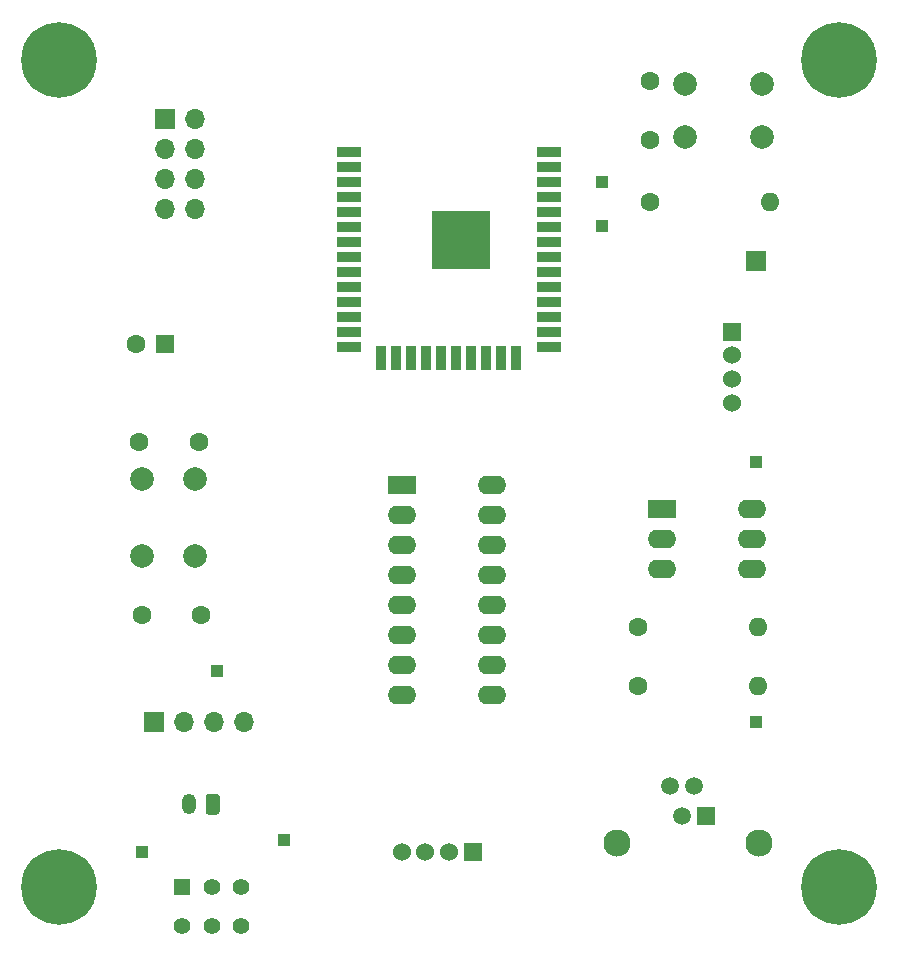
<source format=gbr>
%TF.GenerationSoftware,KiCad,Pcbnew,(5.1.8)-1*%
%TF.CreationDate,2021-01-04T15:21:09+00:00*%
%TF.ProjectId,main,6d61696e-2e6b-4696-9361-645f70636258,2.2*%
%TF.SameCoordinates,Original*%
%TF.FileFunction,Soldermask,Bot*%
%TF.FilePolarity,Negative*%
%FSLAX46Y46*%
G04 Gerber Fmt 4.6, Leading zero omitted, Abs format (unit mm)*
G04 Created by KiCad (PCBNEW (5.1.8)-1) date 2021-01-04 15:21:09*
%MOMM*%
%LPD*%
G01*
G04 APERTURE LIST*
%ADD10C,1.500000*%
%ADD11C,2.300000*%
%ADD12R,1.500000X1.500000*%
%ADD13C,1.524000*%
%ADD14R,1.524000X1.524000*%
%ADD15C,6.400000*%
%ADD16R,2.000000X0.900000*%
%ADD17R,0.900000X2.000000*%
%ADD18R,5.000000X5.000000*%
%ADD19O,2.400000X1.600000*%
%ADD20R,2.400000X1.600000*%
%ADD21C,2.000000*%
%ADD22O,1.600000X1.600000*%
%ADD23C,1.600000*%
%ADD24R,1.600000X1.600000*%
%ADD25R,1.000000X1.000000*%
%ADD26C,1.400000*%
%ADD27R,1.400000X1.400000*%
%ADD28O,1.700000X1.700000*%
%ADD29R,1.700000X1.700000*%
%ADD30O,1.200000X1.750000*%
G04 APERTURE END LIST*
D10*
%TO.C,J7*%
X166740000Y-116460000D03*
D11*
X162270000Y-121300000D03*
D10*
X167760000Y-119000000D03*
X168780000Y-116460000D03*
D12*
X169800000Y-119000000D03*
D11*
X174270000Y-121300000D03*
%TD*%
D13*
%TO.C,J6*%
X144000000Y-122000000D03*
X146000000Y-122000000D03*
X148000000Y-122000000D03*
D14*
X150000000Y-122000000D03*
%TD*%
D13*
%TO.C,J5*%
X172000000Y-84000000D03*
X172000000Y-82000000D03*
X172000000Y-80000000D03*
D14*
X172000000Y-78000000D03*
%TD*%
D15*
%TO.C,H4*%
X115000000Y-55000000D03*
%TD*%
%TO.C,H3*%
X181000000Y-55000000D03*
%TD*%
%TO.C,H2*%
X181000000Y-125000000D03*
%TD*%
%TO.C,H1*%
X115000000Y-125000000D03*
%TD*%
D16*
%TO.C,U3*%
X139500000Y-62745000D03*
X139500000Y-64015000D03*
X139500000Y-65285000D03*
X139500000Y-66555000D03*
X139500000Y-67825000D03*
X139500000Y-69095000D03*
X139500000Y-70365000D03*
X139500000Y-71635000D03*
X139500000Y-72905000D03*
X139500000Y-74175000D03*
X139500000Y-75445000D03*
X139500000Y-76715000D03*
X139500000Y-77985000D03*
X139500000Y-79255000D03*
D17*
X142285000Y-80255000D03*
X143555000Y-80255000D03*
X144825000Y-80255000D03*
X146095000Y-80255000D03*
X147365000Y-80255000D03*
X148635000Y-80255000D03*
X149905000Y-80255000D03*
X151175000Y-80255000D03*
X152445000Y-80255000D03*
X153715000Y-80255000D03*
D16*
X156500000Y-79255000D03*
X156500000Y-77985000D03*
X156500000Y-76715000D03*
X156500000Y-75445000D03*
X156500000Y-74175000D03*
X156500000Y-72905000D03*
X156500000Y-71635000D03*
X156500000Y-70365000D03*
X156500000Y-69095000D03*
X156500000Y-67825000D03*
X156500000Y-66555000D03*
X156500000Y-65285000D03*
X156500000Y-64015000D03*
X156500000Y-62745000D03*
D18*
X149000000Y-70245000D03*
%TD*%
D19*
%TO.C,U1*%
X151620000Y-91000000D03*
X144000000Y-108780000D03*
X151620000Y-93540000D03*
X144000000Y-106240000D03*
X151620000Y-96080000D03*
X144000000Y-103700000D03*
X151620000Y-98620000D03*
X144000000Y-101160000D03*
X151620000Y-101160000D03*
X144000000Y-98620000D03*
X151620000Y-103700000D03*
X144000000Y-96080000D03*
X151620000Y-106240000D03*
X144000000Y-93540000D03*
X151620000Y-108780000D03*
D20*
X144000000Y-91000000D03*
%TD*%
D21*
%TO.C,SW3*%
X174500000Y-57000000D03*
X174500000Y-61500000D03*
X168000000Y-57000000D03*
X168000000Y-61500000D03*
%TD*%
%TO.C,SW2*%
X122000000Y-90500000D03*
X126500000Y-90500000D03*
X122000000Y-97000000D03*
X126500000Y-97000000D03*
%TD*%
D22*
%TO.C,R3*%
X175160000Y-67000000D03*
D23*
X165000000Y-67000000D03*
%TD*%
D22*
%TO.C,R2*%
X174160000Y-108000000D03*
D23*
X164000000Y-108000000D03*
%TD*%
D22*
%TO.C,R1*%
X174160000Y-103000000D03*
D23*
X164000000Y-103000000D03*
%TD*%
%TO.C,C4*%
X127000000Y-102000000D03*
X122000000Y-102000000D03*
%TD*%
%TO.C,C3*%
X121500000Y-79000000D03*
D24*
X124000000Y-79000000D03*
%TD*%
D23*
%TO.C,C2*%
X165000000Y-56800000D03*
X165000000Y-61800000D03*
%TD*%
%TO.C,C1*%
X126800000Y-87300000D03*
X121800000Y-87300000D03*
%TD*%
D25*
%TO.C,TP7*%
X161000000Y-65300000D03*
%TD*%
%TO.C,TP6*%
X174000000Y-111000000D03*
%TD*%
%TO.C,TP5*%
X174000000Y-89000000D03*
%TD*%
%TO.C,TP4*%
X128400000Y-106700000D03*
%TD*%
%TO.C,TP3*%
X134000000Y-121000000D03*
%TD*%
%TO.C,TP2*%
X122000000Y-122000000D03*
%TD*%
%TO.C,TP1*%
X161000000Y-69000000D03*
%TD*%
D26*
%TO.C,SW1*%
X130400000Y-128300000D03*
X127900000Y-128300000D03*
X125400000Y-128300000D03*
X130400000Y-125000000D03*
X127900000Y-125000000D03*
D27*
X125400000Y-125000000D03*
%TD*%
D19*
%TO.C,U2*%
X173620000Y-93000000D03*
X166000000Y-98080000D03*
X173620000Y-95540000D03*
X166000000Y-95540000D03*
X173620000Y-98080000D03*
D20*
X166000000Y-93000000D03*
%TD*%
D28*
%TO.C,J4*%
X126540000Y-67620000D03*
X124000000Y-67620000D03*
X126540000Y-65080000D03*
X124000000Y-65080000D03*
X126540000Y-62540000D03*
X124000000Y-62540000D03*
X126540000Y-60000000D03*
D29*
X124000000Y-60000000D03*
%TD*%
%TO.C,J3*%
X174000000Y-72000000D03*
%TD*%
D30*
%TO.C,J1*%
X126000000Y-118000000D03*
G36*
G01*
X128600000Y-117374999D02*
X128600000Y-118625001D01*
G75*
G02*
X128350001Y-118875000I-249999J0D01*
G01*
X127649999Y-118875000D01*
G75*
G02*
X127400000Y-118625001I0J249999D01*
G01*
X127400000Y-117374999D01*
G75*
G02*
X127649999Y-117125000I249999J0D01*
G01*
X128350001Y-117125000D01*
G75*
G02*
X128600000Y-117374999I0J-249999D01*
G01*
G37*
%TD*%
D28*
%TO.C,J2*%
X130620000Y-111000000D03*
X128080000Y-111000000D03*
X125540000Y-111000000D03*
D29*
X123000000Y-111000000D03*
%TD*%
M02*

</source>
